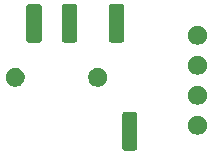
<source format=gbr>
G04 #@! TF.GenerationSoftware,KiCad,Pcbnew,(5.1.5)-3*
G04 #@! TF.CreationDate,2020-12-21T13:16:17+01:00*
G04 #@! TF.ProjectId,epimetheus_si7021,6570696d-6574-4686-9575-735f73693730,rev?*
G04 #@! TF.SameCoordinates,Original*
G04 #@! TF.FileFunction,Soldermask,Top*
G04 #@! TF.FilePolarity,Negative*
%FSLAX46Y46*%
G04 Gerber Fmt 4.6, Leading zero omitted, Abs format (unit mm)*
G04 Created by KiCad (PCBNEW (5.1.5)-3) date 2020-12-21 13:16:17*
%MOMM*%
%LPD*%
G04 APERTURE LIST*
%ADD10C,0.100000*%
G04 APERTURE END LIST*
D10*
G36*
X173512192Y-33914646D02*
G01*
X173561414Y-33929578D01*
X173606778Y-33953826D01*
X173646542Y-33986458D01*
X173679174Y-34026222D01*
X173703422Y-34071586D01*
X173718354Y-34120808D01*
X173724000Y-34178140D01*
X173724000Y-36941860D01*
X173718354Y-36999192D01*
X173703422Y-37048414D01*
X173679174Y-37093778D01*
X173646542Y-37133542D01*
X173606778Y-37166174D01*
X173561414Y-37190422D01*
X173512192Y-37205354D01*
X173454860Y-37211000D01*
X172691140Y-37211000D01*
X172633808Y-37205354D01*
X172584586Y-37190422D01*
X172539222Y-37166174D01*
X172499458Y-37133542D01*
X172466826Y-37093778D01*
X172442578Y-37048414D01*
X172427646Y-36999192D01*
X172422000Y-36941860D01*
X172422000Y-34178140D01*
X172427646Y-34120808D01*
X172442578Y-34071586D01*
X172466826Y-34026222D01*
X172499458Y-33986458D01*
X172539222Y-33953826D01*
X172584586Y-33929578D01*
X172633808Y-33914646D01*
X172691140Y-33909000D01*
X173454860Y-33909000D01*
X173512192Y-33914646D01*
G37*
G36*
X179053142Y-34270242D02*
G01*
X179201101Y-34331529D01*
X179334255Y-34420499D01*
X179447501Y-34533745D01*
X179536471Y-34666899D01*
X179597758Y-34814858D01*
X179629000Y-34971925D01*
X179629000Y-35132075D01*
X179597758Y-35289142D01*
X179536471Y-35437101D01*
X179447501Y-35570255D01*
X179334255Y-35683501D01*
X179201101Y-35772471D01*
X179053142Y-35833758D01*
X178896075Y-35865000D01*
X178735925Y-35865000D01*
X178578858Y-35833758D01*
X178430899Y-35772471D01*
X178297745Y-35683501D01*
X178184499Y-35570255D01*
X178095529Y-35437101D01*
X178034242Y-35289142D01*
X178003000Y-35132075D01*
X178003000Y-34971925D01*
X178034242Y-34814858D01*
X178095529Y-34666899D01*
X178184499Y-34533745D01*
X178297745Y-34420499D01*
X178430899Y-34331529D01*
X178578858Y-34270242D01*
X178735925Y-34239000D01*
X178896075Y-34239000D01*
X179053142Y-34270242D01*
G37*
G36*
X179053142Y-31730242D02*
G01*
X179201101Y-31791529D01*
X179334255Y-31880499D01*
X179447501Y-31993745D01*
X179536471Y-32126899D01*
X179597758Y-32274858D01*
X179629000Y-32431925D01*
X179629000Y-32592075D01*
X179597758Y-32749142D01*
X179536471Y-32897101D01*
X179447501Y-33030255D01*
X179334255Y-33143501D01*
X179201101Y-33232471D01*
X179053142Y-33293758D01*
X178896075Y-33325000D01*
X178735925Y-33325000D01*
X178578858Y-33293758D01*
X178430899Y-33232471D01*
X178297745Y-33143501D01*
X178184499Y-33030255D01*
X178095529Y-32897101D01*
X178034242Y-32749142D01*
X178003000Y-32592075D01*
X178003000Y-32431925D01*
X178034242Y-32274858D01*
X178095529Y-32126899D01*
X178184499Y-31993745D01*
X178297745Y-31880499D01*
X178430899Y-31791529D01*
X178578858Y-31730242D01*
X178735925Y-31699000D01*
X178896075Y-31699000D01*
X179053142Y-31730242D01*
G37*
G36*
X163606642Y-30217781D02*
G01*
X163752414Y-30278162D01*
X163752416Y-30278163D01*
X163883608Y-30365822D01*
X163995178Y-30477392D01*
X164082837Y-30608584D01*
X164082838Y-30608586D01*
X164143219Y-30754358D01*
X164174000Y-30909107D01*
X164174000Y-31066893D01*
X164143219Y-31221642D01*
X164082838Y-31367414D01*
X164082837Y-31367416D01*
X163995178Y-31498608D01*
X163883608Y-31610178D01*
X163752416Y-31697837D01*
X163752415Y-31697838D01*
X163752414Y-31697838D01*
X163606642Y-31758219D01*
X163451893Y-31789000D01*
X163294107Y-31789000D01*
X163139358Y-31758219D01*
X162993586Y-31697838D01*
X162993585Y-31697838D01*
X162993584Y-31697837D01*
X162862392Y-31610178D01*
X162750822Y-31498608D01*
X162663163Y-31367416D01*
X162663162Y-31367414D01*
X162602781Y-31221642D01*
X162572000Y-31066893D01*
X162572000Y-30909107D01*
X162602781Y-30754358D01*
X162663162Y-30608586D01*
X162663163Y-30608584D01*
X162750822Y-30477392D01*
X162862392Y-30365822D01*
X162993584Y-30278163D01*
X162993586Y-30278162D01*
X163139358Y-30217781D01*
X163294107Y-30187000D01*
X163451893Y-30187000D01*
X163606642Y-30217781D01*
G37*
G36*
X170606642Y-30217781D02*
G01*
X170752414Y-30278162D01*
X170752416Y-30278163D01*
X170883608Y-30365822D01*
X170995178Y-30477392D01*
X171082837Y-30608584D01*
X171082838Y-30608586D01*
X171143219Y-30754358D01*
X171174000Y-30909107D01*
X171174000Y-31066893D01*
X171143219Y-31221642D01*
X171082838Y-31367414D01*
X171082837Y-31367416D01*
X170995178Y-31498608D01*
X170883608Y-31610178D01*
X170752416Y-31697837D01*
X170752415Y-31697838D01*
X170752414Y-31697838D01*
X170606642Y-31758219D01*
X170451893Y-31789000D01*
X170294107Y-31789000D01*
X170139358Y-31758219D01*
X169993586Y-31697838D01*
X169993585Y-31697838D01*
X169993584Y-31697837D01*
X169862392Y-31610178D01*
X169750822Y-31498608D01*
X169663163Y-31367416D01*
X169663162Y-31367414D01*
X169602781Y-31221642D01*
X169572000Y-31066893D01*
X169572000Y-30909107D01*
X169602781Y-30754358D01*
X169663162Y-30608586D01*
X169663163Y-30608584D01*
X169750822Y-30477392D01*
X169862392Y-30365822D01*
X169993584Y-30278163D01*
X169993586Y-30278162D01*
X170139358Y-30217781D01*
X170294107Y-30187000D01*
X170451893Y-30187000D01*
X170606642Y-30217781D01*
G37*
G36*
X179053142Y-29190242D02*
G01*
X179201101Y-29251529D01*
X179334255Y-29340499D01*
X179447501Y-29453745D01*
X179536471Y-29586899D01*
X179597758Y-29734858D01*
X179629000Y-29891925D01*
X179629000Y-30052075D01*
X179597758Y-30209142D01*
X179536471Y-30357101D01*
X179447501Y-30490255D01*
X179334255Y-30603501D01*
X179201101Y-30692471D01*
X179053142Y-30753758D01*
X178896075Y-30785000D01*
X178735925Y-30785000D01*
X178578858Y-30753758D01*
X178430899Y-30692471D01*
X178297745Y-30603501D01*
X178184499Y-30490255D01*
X178095529Y-30357101D01*
X178034242Y-30209142D01*
X178003000Y-30052075D01*
X178003000Y-29891925D01*
X178034242Y-29734858D01*
X178095529Y-29586899D01*
X178184499Y-29453745D01*
X178297745Y-29340499D01*
X178430899Y-29251529D01*
X178578858Y-29190242D01*
X178735925Y-29159000D01*
X178896075Y-29159000D01*
X179053142Y-29190242D01*
G37*
G36*
X179053142Y-26650242D02*
G01*
X179201101Y-26711529D01*
X179334255Y-26800499D01*
X179447501Y-26913745D01*
X179536471Y-27046899D01*
X179597758Y-27194858D01*
X179629000Y-27351925D01*
X179629000Y-27512075D01*
X179597758Y-27669142D01*
X179536471Y-27817101D01*
X179447501Y-27950255D01*
X179334255Y-28063501D01*
X179201101Y-28152471D01*
X179053142Y-28213758D01*
X178896075Y-28245000D01*
X178735925Y-28245000D01*
X178578858Y-28213758D01*
X178430899Y-28152471D01*
X178297745Y-28063501D01*
X178184499Y-27950255D01*
X178095529Y-27817101D01*
X178034242Y-27669142D01*
X178003000Y-27512075D01*
X178003000Y-27351925D01*
X178034242Y-27194858D01*
X178095529Y-27046899D01*
X178184499Y-26913745D01*
X178297745Y-26800499D01*
X178430899Y-26711529D01*
X178578858Y-26650242D01*
X178735925Y-26619000D01*
X178896075Y-26619000D01*
X179053142Y-26650242D01*
G37*
G36*
X172397192Y-24770646D02*
G01*
X172446414Y-24785578D01*
X172491778Y-24809826D01*
X172531542Y-24842458D01*
X172564174Y-24882222D01*
X172588422Y-24927586D01*
X172603354Y-24976808D01*
X172609000Y-25034140D01*
X172609000Y-27797860D01*
X172603354Y-27855192D01*
X172588422Y-27904414D01*
X172564174Y-27949778D01*
X172531542Y-27989542D01*
X172491778Y-28022174D01*
X172446414Y-28046422D01*
X172397192Y-28061354D01*
X172339860Y-28067000D01*
X171576140Y-28067000D01*
X171518808Y-28061354D01*
X171469586Y-28046422D01*
X171424222Y-28022174D01*
X171384458Y-27989542D01*
X171351826Y-27949778D01*
X171327578Y-27904414D01*
X171312646Y-27855192D01*
X171307000Y-27797860D01*
X171307000Y-25034140D01*
X171312646Y-24976808D01*
X171327578Y-24927586D01*
X171351826Y-24882222D01*
X171384458Y-24842458D01*
X171424222Y-24809826D01*
X171469586Y-24785578D01*
X171518808Y-24770646D01*
X171576140Y-24765000D01*
X172339860Y-24765000D01*
X172397192Y-24770646D01*
G37*
G36*
X168412192Y-24770646D02*
G01*
X168461414Y-24785578D01*
X168506778Y-24809826D01*
X168546542Y-24842458D01*
X168579174Y-24882222D01*
X168603422Y-24927586D01*
X168618354Y-24976808D01*
X168624000Y-25034140D01*
X168624000Y-27797860D01*
X168618354Y-27855192D01*
X168603422Y-27904414D01*
X168579174Y-27949778D01*
X168546542Y-27989542D01*
X168506778Y-28022174D01*
X168461414Y-28046422D01*
X168412192Y-28061354D01*
X168354860Y-28067000D01*
X167591140Y-28067000D01*
X167533808Y-28061354D01*
X167484586Y-28046422D01*
X167439222Y-28022174D01*
X167399458Y-27989542D01*
X167366826Y-27949778D01*
X167342578Y-27904414D01*
X167327646Y-27855192D01*
X167322000Y-27797860D01*
X167322000Y-25034140D01*
X167327646Y-24976808D01*
X167342578Y-24927586D01*
X167366826Y-24882222D01*
X167399458Y-24842458D01*
X167439222Y-24809826D01*
X167484586Y-24785578D01*
X167533808Y-24770646D01*
X167591140Y-24765000D01*
X168354860Y-24765000D01*
X168412192Y-24770646D01*
G37*
G36*
X165412192Y-24770646D02*
G01*
X165461414Y-24785578D01*
X165506778Y-24809826D01*
X165546542Y-24842458D01*
X165579174Y-24882222D01*
X165603422Y-24927586D01*
X165618354Y-24976808D01*
X165624000Y-25034140D01*
X165624000Y-27797860D01*
X165618354Y-27855192D01*
X165603422Y-27904414D01*
X165579174Y-27949778D01*
X165546542Y-27989542D01*
X165506778Y-28022174D01*
X165461414Y-28046422D01*
X165412192Y-28061354D01*
X165354860Y-28067000D01*
X164591140Y-28067000D01*
X164533808Y-28061354D01*
X164484586Y-28046422D01*
X164439222Y-28022174D01*
X164399458Y-27989542D01*
X164366826Y-27949778D01*
X164342578Y-27904414D01*
X164327646Y-27855192D01*
X164322000Y-27797860D01*
X164322000Y-25034140D01*
X164327646Y-24976808D01*
X164342578Y-24927586D01*
X164366826Y-24882222D01*
X164399458Y-24842458D01*
X164439222Y-24809826D01*
X164484586Y-24785578D01*
X164533808Y-24770646D01*
X164591140Y-24765000D01*
X165354860Y-24765000D01*
X165412192Y-24770646D01*
G37*
M02*

</source>
